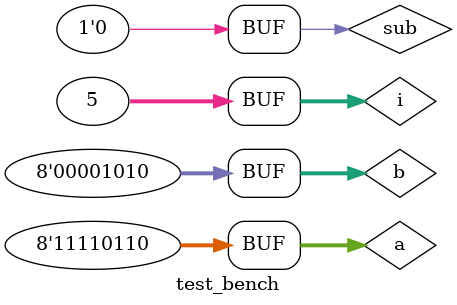
<source format=sv>


module test_bench;  
    	// 1. Declare testbench variables  
   	reg [7:0] a;  
   	reg [7:0] b;  
   	reg sub;  
   	wire [7:0] s;  
   	wire co, ofl;
   	integer i;  
  
    	// 2. Instantiate the design and connect to testbench variables  
addsub_8  fa0 (s, co, ofl, a, b, sub); 
  
    	// 3. Provide stimulus to test the design  
initial begin  
      	a <= 0;  
      	b <= 4;  
      	sub <= 0;    
      	  
      	// Use a for loop to apply random values to the input  
      	for (i = 0; i < 5; i = i+1) begin  
         	#10 a <= $random;  
             	b <= $random;  
             	sub <= $random;  
      	end 
	#10;
	a = 8'hF6;
      	b = 8'h0A; 
	sub <= 0;
end  
endmodule



</source>
